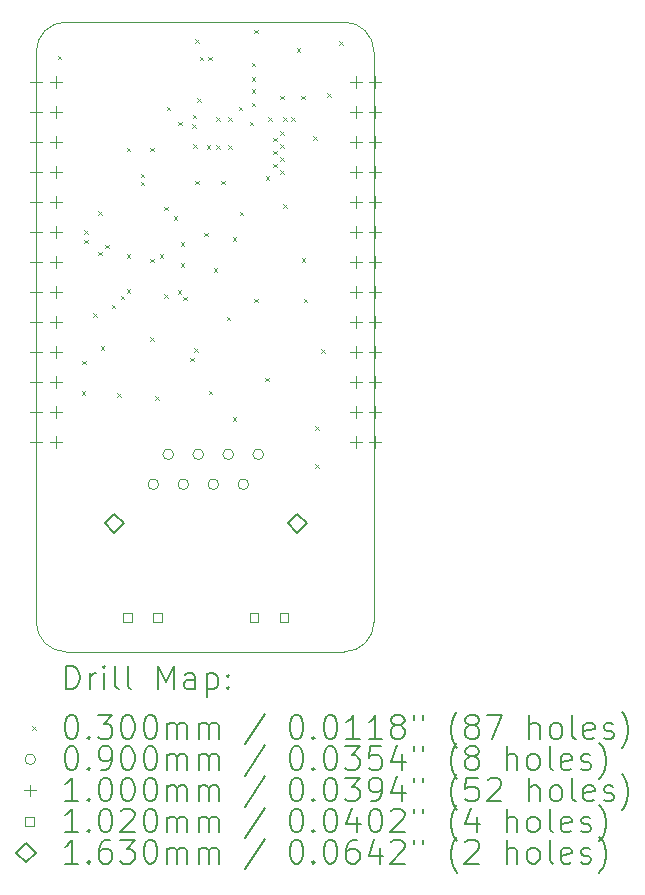
<source format=gbr>
%FSLAX45Y45*%
G04 Gerber Fmt 4.5, Leading zero omitted, Abs format (unit mm)*
G04 Created by KiCad (PCBNEW (6.0.4)) date 2022-10-30 16:16:00*
%MOMM*%
%LPD*%
G01*
G04 APERTURE LIST*
%TA.AperFunction,Profile*%
%ADD10C,0.100000*%
%TD*%
%ADD11C,0.200000*%
%ADD12C,0.030000*%
%ADD13C,0.090000*%
%ADD14C,0.100000*%
%ADD15C,0.102000*%
%ADD16C,0.163000*%
G04 APERTURE END LIST*
D10*
X4726000Y-2540000D02*
X2374000Y-2540000D01*
X2374000Y-2540000D02*
G75*
G03*
X2120000Y-2794000I0J-254000D01*
G01*
X4980000Y-2794000D02*
G75*
G03*
X4726000Y-2540000I-254000J0D01*
G01*
X4726000Y-7874000D02*
G75*
G03*
X4980000Y-7620000I0J254000D01*
G01*
X2120000Y-7620000D02*
G75*
G03*
X2374000Y-7874000I254000J0D01*
G01*
X2120000Y-2794000D02*
X2120000Y-7620000D01*
X2374000Y-7874000D02*
X4726000Y-7874000D01*
X4980000Y-7620000D02*
X4980000Y-2794000D01*
D11*
D12*
X2302550Y-2825000D02*
X2332550Y-2855000D01*
X2332550Y-2825000D02*
X2302550Y-2855000D01*
X2505000Y-5665000D02*
X2535000Y-5695000D01*
X2535000Y-5665000D02*
X2505000Y-5695000D01*
X2510000Y-5410000D02*
X2540000Y-5440000D01*
X2540000Y-5410000D02*
X2510000Y-5440000D01*
X2525000Y-4305000D02*
X2555000Y-4335000D01*
X2555000Y-4305000D02*
X2525000Y-4335000D01*
X2525000Y-4385000D02*
X2555000Y-4415000D01*
X2555000Y-4385000D02*
X2525000Y-4415000D01*
X2605000Y-5005000D02*
X2635000Y-5035000D01*
X2635000Y-5005000D02*
X2605000Y-5035000D01*
X2645000Y-4145000D02*
X2675000Y-4175000D01*
X2675000Y-4145000D02*
X2645000Y-4175000D01*
X2645000Y-4485000D02*
X2675000Y-4515000D01*
X2675000Y-4485000D02*
X2645000Y-4515000D01*
X2665000Y-5285000D02*
X2695000Y-5315000D01*
X2695000Y-5285000D02*
X2665000Y-5315000D01*
X2705000Y-4425000D02*
X2735000Y-4455000D01*
X2735000Y-4425000D02*
X2705000Y-4455000D01*
X2760000Y-4935000D02*
X2790000Y-4965000D01*
X2790000Y-4935000D02*
X2760000Y-4965000D01*
X2805000Y-5685000D02*
X2835000Y-5715000D01*
X2835000Y-5685000D02*
X2805000Y-5715000D01*
X2835000Y-4860000D02*
X2865000Y-4890000D01*
X2865000Y-4860000D02*
X2835000Y-4890000D01*
X2885000Y-3605000D02*
X2915000Y-3635000D01*
X2915000Y-3605000D02*
X2885000Y-3635000D01*
X2885000Y-4505000D02*
X2915000Y-4535000D01*
X2915000Y-4505000D02*
X2885000Y-4535000D01*
X2885000Y-4805000D02*
X2915000Y-4835000D01*
X2915000Y-4805000D02*
X2885000Y-4835000D01*
X3005000Y-3825000D02*
X3035000Y-3855000D01*
X3035000Y-3825000D02*
X3005000Y-3855000D01*
X3005000Y-3894950D02*
X3035000Y-3924950D01*
X3035000Y-3894950D02*
X3005000Y-3924950D01*
X3085000Y-3605000D02*
X3115000Y-3635000D01*
X3115000Y-3605000D02*
X3085000Y-3635000D01*
X3085000Y-4545000D02*
X3115000Y-4575000D01*
X3115000Y-4545000D02*
X3085000Y-4575000D01*
X3085000Y-5210000D02*
X3115000Y-5240000D01*
X3115000Y-5210000D02*
X3085000Y-5240000D01*
X3128750Y-5710000D02*
X3158750Y-5740000D01*
X3158750Y-5710000D02*
X3128750Y-5740000D01*
X3165000Y-4505000D02*
X3195000Y-4535000D01*
X3195000Y-4505000D02*
X3165000Y-4535000D01*
X3205000Y-4105000D02*
X3235000Y-4135000D01*
X3235000Y-4105000D02*
X3205000Y-4135000D01*
X3205000Y-4845000D02*
X3235000Y-4875000D01*
X3235000Y-4845000D02*
X3205000Y-4875000D01*
X3225000Y-3260000D02*
X3255000Y-3290000D01*
X3255000Y-3260000D02*
X3225000Y-3290000D01*
X3285000Y-4185000D02*
X3315000Y-4215000D01*
X3315000Y-4185000D02*
X3285000Y-4215000D01*
X3318410Y-4810931D02*
X3348410Y-4840931D01*
X3348410Y-4810931D02*
X3318410Y-4840931D01*
X3325000Y-3385000D02*
X3355000Y-3415000D01*
X3355000Y-3385000D02*
X3325000Y-3415000D01*
X3345000Y-4405000D02*
X3375000Y-4435000D01*
X3375000Y-4405000D02*
X3345000Y-4435000D01*
X3345000Y-4585000D02*
X3375000Y-4615000D01*
X3375000Y-4585000D02*
X3345000Y-4615000D01*
X3365000Y-4865000D02*
X3395000Y-4895000D01*
X3395000Y-4865000D02*
X3365000Y-4895000D01*
X3425000Y-5385000D02*
X3455000Y-5415000D01*
X3455000Y-5385000D02*
X3425000Y-5415000D01*
X3439950Y-3405000D02*
X3469950Y-3435000D01*
X3469950Y-3405000D02*
X3439950Y-3435000D01*
X3445000Y-3325000D02*
X3475000Y-3355000D01*
X3475000Y-3325000D02*
X3445000Y-3355000D01*
X3450859Y-3575985D02*
X3480859Y-3605985D01*
X3480859Y-3575985D02*
X3450859Y-3605985D01*
X3460000Y-5305000D02*
X3490000Y-5335000D01*
X3490000Y-5305000D02*
X3460000Y-5335000D01*
X3465000Y-2685000D02*
X3495000Y-2715000D01*
X3495000Y-2685000D02*
X3465000Y-2715000D01*
X3465000Y-3885000D02*
X3495000Y-3915000D01*
X3495000Y-3885000D02*
X3465000Y-3915000D01*
X3485000Y-3185000D02*
X3515000Y-3215000D01*
X3515000Y-3185000D02*
X3485000Y-3215000D01*
X3505000Y-2835000D02*
X3535000Y-2865000D01*
X3535000Y-2835000D02*
X3505000Y-2865000D01*
X3545000Y-4325000D02*
X3575000Y-4355000D01*
X3575000Y-4325000D02*
X3545000Y-4355000D01*
X3565000Y-3585000D02*
X3595000Y-3615000D01*
X3595000Y-3585000D02*
X3565000Y-3615000D01*
X3575000Y-2835000D02*
X3605000Y-2865000D01*
X3605000Y-2835000D02*
X3575000Y-2865000D01*
X3582500Y-5662500D02*
X3612500Y-5692500D01*
X3612500Y-5662500D02*
X3582500Y-5692500D01*
X3625000Y-4625000D02*
X3655000Y-4655000D01*
X3655000Y-4625000D02*
X3625000Y-4655000D01*
X3645000Y-3345000D02*
X3675000Y-3375000D01*
X3675000Y-3345000D02*
X3645000Y-3375000D01*
X3645000Y-3585000D02*
X3675000Y-3615000D01*
X3675000Y-3585000D02*
X3645000Y-3615000D01*
X3685000Y-3885000D02*
X3715000Y-3915000D01*
X3715000Y-3885000D02*
X3685000Y-3915000D01*
X3735000Y-5035000D02*
X3765000Y-5065000D01*
X3765000Y-5035000D02*
X3735000Y-5065000D01*
X3745000Y-3345000D02*
X3775000Y-3375000D01*
X3775000Y-3345000D02*
X3745000Y-3375000D01*
X3745000Y-3585000D02*
X3775000Y-3615000D01*
X3775000Y-3585000D02*
X3745000Y-3615000D01*
X3785000Y-4365000D02*
X3815000Y-4395000D01*
X3815000Y-4365000D02*
X3785000Y-4395000D01*
X3785000Y-5885000D02*
X3815000Y-5915000D01*
X3815000Y-5885000D02*
X3785000Y-5915000D01*
X3835000Y-3260000D02*
X3865000Y-3290000D01*
X3865000Y-3260000D02*
X3835000Y-3290000D01*
X3845000Y-4147550D02*
X3875000Y-4177550D01*
X3875000Y-4147550D02*
X3845000Y-4177550D01*
X3930050Y-3385000D02*
X3960050Y-3415000D01*
X3960050Y-3385000D02*
X3930050Y-3415000D01*
X3945000Y-2885000D02*
X3975000Y-2915000D01*
X3975000Y-2885000D02*
X3945000Y-2915000D01*
X3945000Y-3010050D02*
X3975000Y-3040050D01*
X3975000Y-3010050D02*
X3945000Y-3040050D01*
X3945000Y-3110050D02*
X3975000Y-3140050D01*
X3975000Y-3110050D02*
X3945000Y-3140050D01*
X3945000Y-3225000D02*
X3975000Y-3255000D01*
X3975000Y-3225000D02*
X3945000Y-3255000D01*
X3965000Y-2605000D02*
X3995000Y-2635000D01*
X3995000Y-2605000D02*
X3965000Y-2635000D01*
X3965000Y-4885000D02*
X3995000Y-4915000D01*
X3995000Y-4885000D02*
X3965000Y-4915000D01*
X4060000Y-5551250D02*
X4090000Y-5581250D01*
X4090000Y-5551250D02*
X4060000Y-5581250D01*
X4065000Y-3845000D02*
X4095000Y-3875000D01*
X4095000Y-3845000D02*
X4065000Y-3875000D01*
X4085000Y-3345000D02*
X4115000Y-3375000D01*
X4115000Y-3345000D02*
X4085000Y-3375000D01*
X4125000Y-3520150D02*
X4155000Y-3550150D01*
X4155000Y-3520150D02*
X4125000Y-3550150D01*
X4125000Y-3630050D02*
X4155000Y-3660050D01*
X4155000Y-3630050D02*
X4125000Y-3660050D01*
X4125000Y-3739950D02*
X4155000Y-3769950D01*
X4155000Y-3739950D02*
X4125000Y-3769950D01*
X4185000Y-3165000D02*
X4215000Y-3195000D01*
X4215000Y-3165000D02*
X4185000Y-3195000D01*
X4185000Y-3465000D02*
X4215000Y-3495000D01*
X4215000Y-3465000D02*
X4185000Y-3495000D01*
X4185000Y-3575100D02*
X4215000Y-3605100D01*
X4215000Y-3575100D02*
X4185000Y-3605100D01*
X4185000Y-3685000D02*
X4215000Y-3715000D01*
X4215000Y-3685000D02*
X4185000Y-3715000D01*
X4185000Y-3794900D02*
X4215000Y-3824900D01*
X4215000Y-3794900D02*
X4185000Y-3824900D01*
X4210050Y-4085000D02*
X4240050Y-4115000D01*
X4240050Y-4085000D02*
X4210050Y-4115000D01*
X4210100Y-3345000D02*
X4240100Y-3375000D01*
X4240100Y-3345000D02*
X4210100Y-3375000D01*
X4280050Y-3345000D02*
X4310050Y-3375000D01*
X4310050Y-3345000D02*
X4280050Y-3375000D01*
X4325000Y-2765000D02*
X4355000Y-2795000D01*
X4355000Y-2765000D02*
X4325000Y-2795000D01*
X4365000Y-3165000D02*
X4395000Y-3195000D01*
X4395000Y-3165000D02*
X4365000Y-3195000D01*
X4370000Y-4540000D02*
X4400000Y-4570000D01*
X4400000Y-4540000D02*
X4370000Y-4570000D01*
X4385000Y-4885000D02*
X4415000Y-4915000D01*
X4415000Y-4885000D02*
X4385000Y-4915000D01*
X4465000Y-3509950D02*
X4495000Y-3539950D01*
X4495000Y-3509950D02*
X4465000Y-3539950D01*
X4485000Y-5965000D02*
X4515000Y-5995000D01*
X4515000Y-5965000D02*
X4485000Y-5995000D01*
X4485000Y-6285000D02*
X4515000Y-6315000D01*
X4515000Y-6285000D02*
X4485000Y-6315000D01*
X4535000Y-5310000D02*
X4565000Y-5340000D01*
X4565000Y-5310000D02*
X4535000Y-5340000D01*
X4585000Y-3145000D02*
X4615000Y-3175000D01*
X4615000Y-3145000D02*
X4585000Y-3175000D01*
X4685000Y-2705000D02*
X4715000Y-2735000D01*
X4715000Y-2705000D02*
X4685000Y-2735000D01*
D13*
X3157000Y-6454750D02*
G75*
G03*
X3157000Y-6454750I-45000J0D01*
G01*
X3283000Y-6200750D02*
G75*
G03*
X3283000Y-6200750I-45000J0D01*
G01*
X3411000Y-6454750D02*
G75*
G03*
X3411000Y-6454750I-45000J0D01*
G01*
X3537000Y-6200750D02*
G75*
G03*
X3537000Y-6200750I-45000J0D01*
G01*
X3665000Y-6454750D02*
G75*
G03*
X3665000Y-6454750I-45000J0D01*
G01*
X3791000Y-6200750D02*
G75*
G03*
X3791000Y-6200750I-45000J0D01*
G01*
X3919000Y-6454750D02*
G75*
G03*
X3919000Y-6454750I-45000J0D01*
G01*
X4045000Y-6200750D02*
G75*
G03*
X4045000Y-6200750I-45000J0D01*
G01*
D14*
X2120900Y-2998000D02*
X2120900Y-3098000D01*
X2070900Y-3048000D02*
X2170900Y-3048000D01*
X2120900Y-3252000D02*
X2120900Y-3352000D01*
X2070900Y-3302000D02*
X2170900Y-3302000D01*
X2120900Y-3506000D02*
X2120900Y-3606000D01*
X2070900Y-3556000D02*
X2170900Y-3556000D01*
X2120900Y-3760000D02*
X2120900Y-3860000D01*
X2070900Y-3810000D02*
X2170900Y-3810000D01*
X2120900Y-4014000D02*
X2120900Y-4114000D01*
X2070900Y-4064000D02*
X2170900Y-4064000D01*
X2120900Y-4268000D02*
X2120900Y-4368000D01*
X2070900Y-4318000D02*
X2170900Y-4318000D01*
X2120900Y-4522000D02*
X2120900Y-4622000D01*
X2070900Y-4572000D02*
X2170900Y-4572000D01*
X2120900Y-4776000D02*
X2120900Y-4876000D01*
X2070900Y-4826000D02*
X2170900Y-4826000D01*
X2120900Y-5030000D02*
X2120900Y-5130000D01*
X2070900Y-5080000D02*
X2170900Y-5080000D01*
X2120900Y-5284000D02*
X2120900Y-5384000D01*
X2070900Y-5334000D02*
X2170900Y-5334000D01*
X2120900Y-5538000D02*
X2120900Y-5638000D01*
X2070900Y-5588000D02*
X2170900Y-5588000D01*
X2120900Y-5792000D02*
X2120900Y-5892000D01*
X2070900Y-5842000D02*
X2170900Y-5842000D01*
X2120900Y-6046000D02*
X2120900Y-6146000D01*
X2070900Y-6096000D02*
X2170900Y-6096000D01*
X2286000Y-2998000D02*
X2286000Y-3098000D01*
X2236000Y-3048000D02*
X2336000Y-3048000D01*
X2286000Y-3252000D02*
X2286000Y-3352000D01*
X2236000Y-3302000D02*
X2336000Y-3302000D01*
X2286000Y-3506000D02*
X2286000Y-3606000D01*
X2236000Y-3556000D02*
X2336000Y-3556000D01*
X2286000Y-3760000D02*
X2286000Y-3860000D01*
X2236000Y-3810000D02*
X2336000Y-3810000D01*
X2286000Y-4014000D02*
X2286000Y-4114000D01*
X2236000Y-4064000D02*
X2336000Y-4064000D01*
X2286000Y-4268000D02*
X2286000Y-4368000D01*
X2236000Y-4318000D02*
X2336000Y-4318000D01*
X2286000Y-4522000D02*
X2286000Y-4622000D01*
X2236000Y-4572000D02*
X2336000Y-4572000D01*
X2286000Y-4776000D02*
X2286000Y-4876000D01*
X2236000Y-4826000D02*
X2336000Y-4826000D01*
X2286000Y-5030000D02*
X2286000Y-5130000D01*
X2236000Y-5080000D02*
X2336000Y-5080000D01*
X2286000Y-5284000D02*
X2286000Y-5384000D01*
X2236000Y-5334000D02*
X2336000Y-5334000D01*
X2286000Y-5538000D02*
X2286000Y-5638000D01*
X2236000Y-5588000D02*
X2336000Y-5588000D01*
X2286000Y-5792000D02*
X2286000Y-5892000D01*
X2236000Y-5842000D02*
X2336000Y-5842000D01*
X2286000Y-6046000D02*
X2286000Y-6146000D01*
X2236000Y-6096000D02*
X2336000Y-6096000D01*
X4826000Y-2998000D02*
X4826000Y-3098000D01*
X4776000Y-3048000D02*
X4876000Y-3048000D01*
X4826000Y-3252000D02*
X4826000Y-3352000D01*
X4776000Y-3302000D02*
X4876000Y-3302000D01*
X4826000Y-3506000D02*
X4826000Y-3606000D01*
X4776000Y-3556000D02*
X4876000Y-3556000D01*
X4826000Y-3760000D02*
X4826000Y-3860000D01*
X4776000Y-3810000D02*
X4876000Y-3810000D01*
X4826000Y-4014000D02*
X4826000Y-4114000D01*
X4776000Y-4064000D02*
X4876000Y-4064000D01*
X4826000Y-4268000D02*
X4826000Y-4368000D01*
X4776000Y-4318000D02*
X4876000Y-4318000D01*
X4826000Y-4522000D02*
X4826000Y-4622000D01*
X4776000Y-4572000D02*
X4876000Y-4572000D01*
X4826000Y-4776000D02*
X4826000Y-4876000D01*
X4776000Y-4826000D02*
X4876000Y-4826000D01*
X4826000Y-5030000D02*
X4826000Y-5130000D01*
X4776000Y-5080000D02*
X4876000Y-5080000D01*
X4826000Y-5284000D02*
X4826000Y-5384000D01*
X4776000Y-5334000D02*
X4876000Y-5334000D01*
X4826000Y-5538000D02*
X4826000Y-5638000D01*
X4776000Y-5588000D02*
X4876000Y-5588000D01*
X4826000Y-5792000D02*
X4826000Y-5892000D01*
X4776000Y-5842000D02*
X4876000Y-5842000D01*
X4826000Y-6046000D02*
X4826000Y-6146000D01*
X4776000Y-6096000D02*
X4876000Y-6096000D01*
X4991100Y-2998000D02*
X4991100Y-3098000D01*
X4941100Y-3048000D02*
X5041100Y-3048000D01*
X4991100Y-3252000D02*
X4991100Y-3352000D01*
X4941100Y-3302000D02*
X5041100Y-3302000D01*
X4991100Y-3506000D02*
X4991100Y-3606000D01*
X4941100Y-3556000D02*
X5041100Y-3556000D01*
X4991100Y-3760000D02*
X4991100Y-3860000D01*
X4941100Y-3810000D02*
X5041100Y-3810000D01*
X4991100Y-4014000D02*
X4991100Y-4114000D01*
X4941100Y-4064000D02*
X5041100Y-4064000D01*
X4991100Y-4268000D02*
X4991100Y-4368000D01*
X4941100Y-4318000D02*
X5041100Y-4318000D01*
X4991100Y-4522000D02*
X4991100Y-4622000D01*
X4941100Y-4572000D02*
X5041100Y-4572000D01*
X4991100Y-4776000D02*
X4991100Y-4876000D01*
X4941100Y-4826000D02*
X5041100Y-4826000D01*
X4991100Y-5030000D02*
X4991100Y-5130000D01*
X4941100Y-5080000D02*
X5041100Y-5080000D01*
X4991100Y-5284000D02*
X4991100Y-5384000D01*
X4941100Y-5334000D02*
X5041100Y-5334000D01*
X4991100Y-5538000D02*
X4991100Y-5638000D01*
X4941100Y-5588000D02*
X5041100Y-5588000D01*
X4991100Y-5792000D02*
X4991100Y-5892000D01*
X4941100Y-5842000D02*
X5041100Y-5842000D01*
X4991100Y-6046000D02*
X4991100Y-6146000D01*
X4941100Y-6096000D02*
X5041100Y-6096000D01*
D15*
X2929563Y-7616813D02*
X2929563Y-7544687D01*
X2857437Y-7544687D01*
X2857437Y-7616813D01*
X2929563Y-7616813D01*
X3183563Y-7616813D02*
X3183563Y-7544687D01*
X3111437Y-7544687D01*
X3111437Y-7616813D01*
X3183563Y-7616813D01*
X4000563Y-7616813D02*
X4000563Y-7544687D01*
X3928437Y-7544687D01*
X3928437Y-7616813D01*
X4000563Y-7616813D01*
X4254563Y-7616813D02*
X4254563Y-7544687D01*
X4182437Y-7544687D01*
X4182437Y-7616813D01*
X4254563Y-7616813D01*
D16*
X2781500Y-6867250D02*
X2863000Y-6785750D01*
X2781500Y-6704250D01*
X2700000Y-6785750D01*
X2781500Y-6867250D01*
X4330500Y-6867250D02*
X4412000Y-6785750D01*
X4330500Y-6704250D01*
X4249000Y-6785750D01*
X4330500Y-6867250D01*
D11*
X2372619Y-8189476D02*
X2372619Y-7989476D01*
X2420238Y-7989476D01*
X2448810Y-7999000D01*
X2467857Y-8018048D01*
X2477381Y-8037095D01*
X2486905Y-8075190D01*
X2486905Y-8103762D01*
X2477381Y-8141857D01*
X2467857Y-8160905D01*
X2448810Y-8179952D01*
X2420238Y-8189476D01*
X2372619Y-8189476D01*
X2572619Y-8189476D02*
X2572619Y-8056143D01*
X2572619Y-8094238D02*
X2582143Y-8075190D01*
X2591667Y-8065667D01*
X2610714Y-8056143D01*
X2629762Y-8056143D01*
X2696429Y-8189476D02*
X2696429Y-8056143D01*
X2696429Y-7989476D02*
X2686905Y-7999000D01*
X2696429Y-8008524D01*
X2705952Y-7999000D01*
X2696429Y-7989476D01*
X2696429Y-8008524D01*
X2820238Y-8189476D02*
X2801190Y-8179952D01*
X2791667Y-8160905D01*
X2791667Y-7989476D01*
X2925000Y-8189476D02*
X2905952Y-8179952D01*
X2896428Y-8160905D01*
X2896428Y-7989476D01*
X3153571Y-8189476D02*
X3153571Y-7989476D01*
X3220238Y-8132333D01*
X3286905Y-7989476D01*
X3286905Y-8189476D01*
X3467857Y-8189476D02*
X3467857Y-8084714D01*
X3458333Y-8065667D01*
X3439286Y-8056143D01*
X3401190Y-8056143D01*
X3382143Y-8065667D01*
X3467857Y-8179952D02*
X3448809Y-8189476D01*
X3401190Y-8189476D01*
X3382143Y-8179952D01*
X3372619Y-8160905D01*
X3372619Y-8141857D01*
X3382143Y-8122809D01*
X3401190Y-8113286D01*
X3448809Y-8113286D01*
X3467857Y-8103762D01*
X3563095Y-8056143D02*
X3563095Y-8256143D01*
X3563095Y-8065667D02*
X3582143Y-8056143D01*
X3620238Y-8056143D01*
X3639286Y-8065667D01*
X3648809Y-8075190D01*
X3658333Y-8094238D01*
X3658333Y-8151381D01*
X3648809Y-8170428D01*
X3639286Y-8179952D01*
X3620238Y-8189476D01*
X3582143Y-8189476D01*
X3563095Y-8179952D01*
X3744048Y-8170428D02*
X3753571Y-8179952D01*
X3744048Y-8189476D01*
X3734524Y-8179952D01*
X3744048Y-8170428D01*
X3744048Y-8189476D01*
X3744048Y-8065667D02*
X3753571Y-8075190D01*
X3744048Y-8084714D01*
X3734524Y-8075190D01*
X3744048Y-8065667D01*
X3744048Y-8084714D01*
D12*
X2085000Y-8504000D02*
X2115000Y-8534000D01*
X2115000Y-8504000D02*
X2085000Y-8534000D01*
D11*
X2410714Y-8409476D02*
X2429762Y-8409476D01*
X2448810Y-8419000D01*
X2458333Y-8428524D01*
X2467857Y-8447571D01*
X2477381Y-8485667D01*
X2477381Y-8533286D01*
X2467857Y-8571381D01*
X2458333Y-8590429D01*
X2448810Y-8599952D01*
X2429762Y-8609476D01*
X2410714Y-8609476D01*
X2391667Y-8599952D01*
X2382143Y-8590429D01*
X2372619Y-8571381D01*
X2363095Y-8533286D01*
X2363095Y-8485667D01*
X2372619Y-8447571D01*
X2382143Y-8428524D01*
X2391667Y-8419000D01*
X2410714Y-8409476D01*
X2563095Y-8590429D02*
X2572619Y-8599952D01*
X2563095Y-8609476D01*
X2553571Y-8599952D01*
X2563095Y-8590429D01*
X2563095Y-8609476D01*
X2639286Y-8409476D02*
X2763095Y-8409476D01*
X2696429Y-8485667D01*
X2725000Y-8485667D01*
X2744048Y-8495190D01*
X2753571Y-8504714D01*
X2763095Y-8523762D01*
X2763095Y-8571381D01*
X2753571Y-8590429D01*
X2744048Y-8599952D01*
X2725000Y-8609476D01*
X2667857Y-8609476D01*
X2648810Y-8599952D01*
X2639286Y-8590429D01*
X2886905Y-8409476D02*
X2905952Y-8409476D01*
X2925000Y-8419000D01*
X2934524Y-8428524D01*
X2944048Y-8447571D01*
X2953571Y-8485667D01*
X2953571Y-8533286D01*
X2944048Y-8571381D01*
X2934524Y-8590429D01*
X2925000Y-8599952D01*
X2905952Y-8609476D01*
X2886905Y-8609476D01*
X2867857Y-8599952D01*
X2858333Y-8590429D01*
X2848809Y-8571381D01*
X2839286Y-8533286D01*
X2839286Y-8485667D01*
X2848809Y-8447571D01*
X2858333Y-8428524D01*
X2867857Y-8419000D01*
X2886905Y-8409476D01*
X3077381Y-8409476D02*
X3096428Y-8409476D01*
X3115476Y-8419000D01*
X3125000Y-8428524D01*
X3134524Y-8447571D01*
X3144048Y-8485667D01*
X3144048Y-8533286D01*
X3134524Y-8571381D01*
X3125000Y-8590429D01*
X3115476Y-8599952D01*
X3096428Y-8609476D01*
X3077381Y-8609476D01*
X3058333Y-8599952D01*
X3048809Y-8590429D01*
X3039286Y-8571381D01*
X3029762Y-8533286D01*
X3029762Y-8485667D01*
X3039286Y-8447571D01*
X3048809Y-8428524D01*
X3058333Y-8419000D01*
X3077381Y-8409476D01*
X3229762Y-8609476D02*
X3229762Y-8476143D01*
X3229762Y-8495190D02*
X3239286Y-8485667D01*
X3258333Y-8476143D01*
X3286905Y-8476143D01*
X3305952Y-8485667D01*
X3315476Y-8504714D01*
X3315476Y-8609476D01*
X3315476Y-8504714D02*
X3325000Y-8485667D01*
X3344048Y-8476143D01*
X3372619Y-8476143D01*
X3391667Y-8485667D01*
X3401190Y-8504714D01*
X3401190Y-8609476D01*
X3496428Y-8609476D02*
X3496428Y-8476143D01*
X3496428Y-8495190D02*
X3505952Y-8485667D01*
X3525000Y-8476143D01*
X3553571Y-8476143D01*
X3572619Y-8485667D01*
X3582143Y-8504714D01*
X3582143Y-8609476D01*
X3582143Y-8504714D02*
X3591667Y-8485667D01*
X3610714Y-8476143D01*
X3639286Y-8476143D01*
X3658333Y-8485667D01*
X3667857Y-8504714D01*
X3667857Y-8609476D01*
X4058333Y-8399952D02*
X3886905Y-8657095D01*
X4315476Y-8409476D02*
X4334524Y-8409476D01*
X4353571Y-8419000D01*
X4363095Y-8428524D01*
X4372619Y-8447571D01*
X4382143Y-8485667D01*
X4382143Y-8533286D01*
X4372619Y-8571381D01*
X4363095Y-8590429D01*
X4353571Y-8599952D01*
X4334524Y-8609476D01*
X4315476Y-8609476D01*
X4296429Y-8599952D01*
X4286905Y-8590429D01*
X4277381Y-8571381D01*
X4267857Y-8533286D01*
X4267857Y-8485667D01*
X4277381Y-8447571D01*
X4286905Y-8428524D01*
X4296429Y-8419000D01*
X4315476Y-8409476D01*
X4467857Y-8590429D02*
X4477381Y-8599952D01*
X4467857Y-8609476D01*
X4458333Y-8599952D01*
X4467857Y-8590429D01*
X4467857Y-8609476D01*
X4601190Y-8409476D02*
X4620238Y-8409476D01*
X4639286Y-8419000D01*
X4648810Y-8428524D01*
X4658333Y-8447571D01*
X4667857Y-8485667D01*
X4667857Y-8533286D01*
X4658333Y-8571381D01*
X4648810Y-8590429D01*
X4639286Y-8599952D01*
X4620238Y-8609476D01*
X4601190Y-8609476D01*
X4582143Y-8599952D01*
X4572619Y-8590429D01*
X4563095Y-8571381D01*
X4553571Y-8533286D01*
X4553571Y-8485667D01*
X4563095Y-8447571D01*
X4572619Y-8428524D01*
X4582143Y-8419000D01*
X4601190Y-8409476D01*
X4858333Y-8609476D02*
X4744048Y-8609476D01*
X4801190Y-8609476D02*
X4801190Y-8409476D01*
X4782143Y-8438048D01*
X4763095Y-8457095D01*
X4744048Y-8466619D01*
X5048810Y-8609476D02*
X4934524Y-8609476D01*
X4991667Y-8609476D02*
X4991667Y-8409476D01*
X4972619Y-8438048D01*
X4953571Y-8457095D01*
X4934524Y-8466619D01*
X5163095Y-8495190D02*
X5144048Y-8485667D01*
X5134524Y-8476143D01*
X5125000Y-8457095D01*
X5125000Y-8447571D01*
X5134524Y-8428524D01*
X5144048Y-8419000D01*
X5163095Y-8409476D01*
X5201190Y-8409476D01*
X5220238Y-8419000D01*
X5229762Y-8428524D01*
X5239286Y-8447571D01*
X5239286Y-8457095D01*
X5229762Y-8476143D01*
X5220238Y-8485667D01*
X5201190Y-8495190D01*
X5163095Y-8495190D01*
X5144048Y-8504714D01*
X5134524Y-8514238D01*
X5125000Y-8533286D01*
X5125000Y-8571381D01*
X5134524Y-8590429D01*
X5144048Y-8599952D01*
X5163095Y-8609476D01*
X5201190Y-8609476D01*
X5220238Y-8599952D01*
X5229762Y-8590429D01*
X5239286Y-8571381D01*
X5239286Y-8533286D01*
X5229762Y-8514238D01*
X5220238Y-8504714D01*
X5201190Y-8495190D01*
X5315476Y-8409476D02*
X5315476Y-8447571D01*
X5391667Y-8409476D02*
X5391667Y-8447571D01*
X5686905Y-8685667D02*
X5677381Y-8676143D01*
X5658333Y-8647571D01*
X5648809Y-8628524D01*
X5639286Y-8599952D01*
X5629762Y-8552333D01*
X5629762Y-8514238D01*
X5639286Y-8466619D01*
X5648809Y-8438048D01*
X5658333Y-8419000D01*
X5677381Y-8390429D01*
X5686905Y-8380905D01*
X5791667Y-8495190D02*
X5772619Y-8485667D01*
X5763095Y-8476143D01*
X5753571Y-8457095D01*
X5753571Y-8447571D01*
X5763095Y-8428524D01*
X5772619Y-8419000D01*
X5791667Y-8409476D01*
X5829762Y-8409476D01*
X5848809Y-8419000D01*
X5858333Y-8428524D01*
X5867857Y-8447571D01*
X5867857Y-8457095D01*
X5858333Y-8476143D01*
X5848809Y-8485667D01*
X5829762Y-8495190D01*
X5791667Y-8495190D01*
X5772619Y-8504714D01*
X5763095Y-8514238D01*
X5753571Y-8533286D01*
X5753571Y-8571381D01*
X5763095Y-8590429D01*
X5772619Y-8599952D01*
X5791667Y-8609476D01*
X5829762Y-8609476D01*
X5848809Y-8599952D01*
X5858333Y-8590429D01*
X5867857Y-8571381D01*
X5867857Y-8533286D01*
X5858333Y-8514238D01*
X5848809Y-8504714D01*
X5829762Y-8495190D01*
X5934524Y-8409476D02*
X6067857Y-8409476D01*
X5982143Y-8609476D01*
X6296428Y-8609476D02*
X6296428Y-8409476D01*
X6382143Y-8609476D02*
X6382143Y-8504714D01*
X6372619Y-8485667D01*
X6353571Y-8476143D01*
X6325000Y-8476143D01*
X6305952Y-8485667D01*
X6296428Y-8495190D01*
X6505952Y-8609476D02*
X6486905Y-8599952D01*
X6477381Y-8590429D01*
X6467857Y-8571381D01*
X6467857Y-8514238D01*
X6477381Y-8495190D01*
X6486905Y-8485667D01*
X6505952Y-8476143D01*
X6534524Y-8476143D01*
X6553571Y-8485667D01*
X6563095Y-8495190D01*
X6572619Y-8514238D01*
X6572619Y-8571381D01*
X6563095Y-8590429D01*
X6553571Y-8599952D01*
X6534524Y-8609476D01*
X6505952Y-8609476D01*
X6686905Y-8609476D02*
X6667857Y-8599952D01*
X6658333Y-8580905D01*
X6658333Y-8409476D01*
X6839286Y-8599952D02*
X6820238Y-8609476D01*
X6782143Y-8609476D01*
X6763095Y-8599952D01*
X6753571Y-8580905D01*
X6753571Y-8504714D01*
X6763095Y-8485667D01*
X6782143Y-8476143D01*
X6820238Y-8476143D01*
X6839286Y-8485667D01*
X6848809Y-8504714D01*
X6848809Y-8523762D01*
X6753571Y-8542810D01*
X6925000Y-8599952D02*
X6944048Y-8609476D01*
X6982143Y-8609476D01*
X7001190Y-8599952D01*
X7010714Y-8580905D01*
X7010714Y-8571381D01*
X7001190Y-8552333D01*
X6982143Y-8542810D01*
X6953571Y-8542810D01*
X6934524Y-8533286D01*
X6925000Y-8514238D01*
X6925000Y-8504714D01*
X6934524Y-8485667D01*
X6953571Y-8476143D01*
X6982143Y-8476143D01*
X7001190Y-8485667D01*
X7077381Y-8685667D02*
X7086905Y-8676143D01*
X7105952Y-8647571D01*
X7115476Y-8628524D01*
X7125000Y-8599952D01*
X7134524Y-8552333D01*
X7134524Y-8514238D01*
X7125000Y-8466619D01*
X7115476Y-8438048D01*
X7105952Y-8419000D01*
X7086905Y-8390429D01*
X7077381Y-8380905D01*
D13*
X2115000Y-8783000D02*
G75*
G03*
X2115000Y-8783000I-45000J0D01*
G01*
D11*
X2410714Y-8673476D02*
X2429762Y-8673476D01*
X2448810Y-8683000D01*
X2458333Y-8692524D01*
X2467857Y-8711571D01*
X2477381Y-8749667D01*
X2477381Y-8797286D01*
X2467857Y-8835381D01*
X2458333Y-8854429D01*
X2448810Y-8863952D01*
X2429762Y-8873476D01*
X2410714Y-8873476D01*
X2391667Y-8863952D01*
X2382143Y-8854429D01*
X2372619Y-8835381D01*
X2363095Y-8797286D01*
X2363095Y-8749667D01*
X2372619Y-8711571D01*
X2382143Y-8692524D01*
X2391667Y-8683000D01*
X2410714Y-8673476D01*
X2563095Y-8854429D02*
X2572619Y-8863952D01*
X2563095Y-8873476D01*
X2553571Y-8863952D01*
X2563095Y-8854429D01*
X2563095Y-8873476D01*
X2667857Y-8873476D02*
X2705952Y-8873476D01*
X2725000Y-8863952D01*
X2734524Y-8854429D01*
X2753571Y-8825857D01*
X2763095Y-8787762D01*
X2763095Y-8711571D01*
X2753571Y-8692524D01*
X2744048Y-8683000D01*
X2725000Y-8673476D01*
X2686905Y-8673476D01*
X2667857Y-8683000D01*
X2658333Y-8692524D01*
X2648810Y-8711571D01*
X2648810Y-8759190D01*
X2658333Y-8778238D01*
X2667857Y-8787762D01*
X2686905Y-8797286D01*
X2725000Y-8797286D01*
X2744048Y-8787762D01*
X2753571Y-8778238D01*
X2763095Y-8759190D01*
X2886905Y-8673476D02*
X2905952Y-8673476D01*
X2925000Y-8683000D01*
X2934524Y-8692524D01*
X2944048Y-8711571D01*
X2953571Y-8749667D01*
X2953571Y-8797286D01*
X2944048Y-8835381D01*
X2934524Y-8854429D01*
X2925000Y-8863952D01*
X2905952Y-8873476D01*
X2886905Y-8873476D01*
X2867857Y-8863952D01*
X2858333Y-8854429D01*
X2848809Y-8835381D01*
X2839286Y-8797286D01*
X2839286Y-8749667D01*
X2848809Y-8711571D01*
X2858333Y-8692524D01*
X2867857Y-8683000D01*
X2886905Y-8673476D01*
X3077381Y-8673476D02*
X3096428Y-8673476D01*
X3115476Y-8683000D01*
X3125000Y-8692524D01*
X3134524Y-8711571D01*
X3144048Y-8749667D01*
X3144048Y-8797286D01*
X3134524Y-8835381D01*
X3125000Y-8854429D01*
X3115476Y-8863952D01*
X3096428Y-8873476D01*
X3077381Y-8873476D01*
X3058333Y-8863952D01*
X3048809Y-8854429D01*
X3039286Y-8835381D01*
X3029762Y-8797286D01*
X3029762Y-8749667D01*
X3039286Y-8711571D01*
X3048809Y-8692524D01*
X3058333Y-8683000D01*
X3077381Y-8673476D01*
X3229762Y-8873476D02*
X3229762Y-8740143D01*
X3229762Y-8759190D02*
X3239286Y-8749667D01*
X3258333Y-8740143D01*
X3286905Y-8740143D01*
X3305952Y-8749667D01*
X3315476Y-8768714D01*
X3315476Y-8873476D01*
X3315476Y-8768714D02*
X3325000Y-8749667D01*
X3344048Y-8740143D01*
X3372619Y-8740143D01*
X3391667Y-8749667D01*
X3401190Y-8768714D01*
X3401190Y-8873476D01*
X3496428Y-8873476D02*
X3496428Y-8740143D01*
X3496428Y-8759190D02*
X3505952Y-8749667D01*
X3525000Y-8740143D01*
X3553571Y-8740143D01*
X3572619Y-8749667D01*
X3582143Y-8768714D01*
X3582143Y-8873476D01*
X3582143Y-8768714D02*
X3591667Y-8749667D01*
X3610714Y-8740143D01*
X3639286Y-8740143D01*
X3658333Y-8749667D01*
X3667857Y-8768714D01*
X3667857Y-8873476D01*
X4058333Y-8663952D02*
X3886905Y-8921095D01*
X4315476Y-8673476D02*
X4334524Y-8673476D01*
X4353571Y-8683000D01*
X4363095Y-8692524D01*
X4372619Y-8711571D01*
X4382143Y-8749667D01*
X4382143Y-8797286D01*
X4372619Y-8835381D01*
X4363095Y-8854429D01*
X4353571Y-8863952D01*
X4334524Y-8873476D01*
X4315476Y-8873476D01*
X4296429Y-8863952D01*
X4286905Y-8854429D01*
X4277381Y-8835381D01*
X4267857Y-8797286D01*
X4267857Y-8749667D01*
X4277381Y-8711571D01*
X4286905Y-8692524D01*
X4296429Y-8683000D01*
X4315476Y-8673476D01*
X4467857Y-8854429D02*
X4477381Y-8863952D01*
X4467857Y-8873476D01*
X4458333Y-8863952D01*
X4467857Y-8854429D01*
X4467857Y-8873476D01*
X4601190Y-8673476D02*
X4620238Y-8673476D01*
X4639286Y-8683000D01*
X4648810Y-8692524D01*
X4658333Y-8711571D01*
X4667857Y-8749667D01*
X4667857Y-8797286D01*
X4658333Y-8835381D01*
X4648810Y-8854429D01*
X4639286Y-8863952D01*
X4620238Y-8873476D01*
X4601190Y-8873476D01*
X4582143Y-8863952D01*
X4572619Y-8854429D01*
X4563095Y-8835381D01*
X4553571Y-8797286D01*
X4553571Y-8749667D01*
X4563095Y-8711571D01*
X4572619Y-8692524D01*
X4582143Y-8683000D01*
X4601190Y-8673476D01*
X4734524Y-8673476D02*
X4858333Y-8673476D01*
X4791667Y-8749667D01*
X4820238Y-8749667D01*
X4839286Y-8759190D01*
X4848810Y-8768714D01*
X4858333Y-8787762D01*
X4858333Y-8835381D01*
X4848810Y-8854429D01*
X4839286Y-8863952D01*
X4820238Y-8873476D01*
X4763095Y-8873476D01*
X4744048Y-8863952D01*
X4734524Y-8854429D01*
X5039286Y-8673476D02*
X4944048Y-8673476D01*
X4934524Y-8768714D01*
X4944048Y-8759190D01*
X4963095Y-8749667D01*
X5010714Y-8749667D01*
X5029762Y-8759190D01*
X5039286Y-8768714D01*
X5048810Y-8787762D01*
X5048810Y-8835381D01*
X5039286Y-8854429D01*
X5029762Y-8863952D01*
X5010714Y-8873476D01*
X4963095Y-8873476D01*
X4944048Y-8863952D01*
X4934524Y-8854429D01*
X5220238Y-8740143D02*
X5220238Y-8873476D01*
X5172619Y-8663952D02*
X5125000Y-8806810D01*
X5248810Y-8806810D01*
X5315476Y-8673476D02*
X5315476Y-8711571D01*
X5391667Y-8673476D02*
X5391667Y-8711571D01*
X5686905Y-8949667D02*
X5677381Y-8940143D01*
X5658333Y-8911571D01*
X5648809Y-8892524D01*
X5639286Y-8863952D01*
X5629762Y-8816333D01*
X5629762Y-8778238D01*
X5639286Y-8730619D01*
X5648809Y-8702048D01*
X5658333Y-8683000D01*
X5677381Y-8654429D01*
X5686905Y-8644905D01*
X5791667Y-8759190D02*
X5772619Y-8749667D01*
X5763095Y-8740143D01*
X5753571Y-8721095D01*
X5753571Y-8711571D01*
X5763095Y-8692524D01*
X5772619Y-8683000D01*
X5791667Y-8673476D01*
X5829762Y-8673476D01*
X5848809Y-8683000D01*
X5858333Y-8692524D01*
X5867857Y-8711571D01*
X5867857Y-8721095D01*
X5858333Y-8740143D01*
X5848809Y-8749667D01*
X5829762Y-8759190D01*
X5791667Y-8759190D01*
X5772619Y-8768714D01*
X5763095Y-8778238D01*
X5753571Y-8797286D01*
X5753571Y-8835381D01*
X5763095Y-8854429D01*
X5772619Y-8863952D01*
X5791667Y-8873476D01*
X5829762Y-8873476D01*
X5848809Y-8863952D01*
X5858333Y-8854429D01*
X5867857Y-8835381D01*
X5867857Y-8797286D01*
X5858333Y-8778238D01*
X5848809Y-8768714D01*
X5829762Y-8759190D01*
X6105952Y-8873476D02*
X6105952Y-8673476D01*
X6191667Y-8873476D02*
X6191667Y-8768714D01*
X6182143Y-8749667D01*
X6163095Y-8740143D01*
X6134524Y-8740143D01*
X6115476Y-8749667D01*
X6105952Y-8759190D01*
X6315476Y-8873476D02*
X6296428Y-8863952D01*
X6286905Y-8854429D01*
X6277381Y-8835381D01*
X6277381Y-8778238D01*
X6286905Y-8759190D01*
X6296428Y-8749667D01*
X6315476Y-8740143D01*
X6344048Y-8740143D01*
X6363095Y-8749667D01*
X6372619Y-8759190D01*
X6382143Y-8778238D01*
X6382143Y-8835381D01*
X6372619Y-8854429D01*
X6363095Y-8863952D01*
X6344048Y-8873476D01*
X6315476Y-8873476D01*
X6496428Y-8873476D02*
X6477381Y-8863952D01*
X6467857Y-8844905D01*
X6467857Y-8673476D01*
X6648809Y-8863952D02*
X6629762Y-8873476D01*
X6591667Y-8873476D01*
X6572619Y-8863952D01*
X6563095Y-8844905D01*
X6563095Y-8768714D01*
X6572619Y-8749667D01*
X6591667Y-8740143D01*
X6629762Y-8740143D01*
X6648809Y-8749667D01*
X6658333Y-8768714D01*
X6658333Y-8787762D01*
X6563095Y-8806810D01*
X6734524Y-8863952D02*
X6753571Y-8873476D01*
X6791667Y-8873476D01*
X6810714Y-8863952D01*
X6820238Y-8844905D01*
X6820238Y-8835381D01*
X6810714Y-8816333D01*
X6791667Y-8806810D01*
X6763095Y-8806810D01*
X6744048Y-8797286D01*
X6734524Y-8778238D01*
X6734524Y-8768714D01*
X6744048Y-8749667D01*
X6763095Y-8740143D01*
X6791667Y-8740143D01*
X6810714Y-8749667D01*
X6886905Y-8949667D02*
X6896428Y-8940143D01*
X6915476Y-8911571D01*
X6925000Y-8892524D01*
X6934524Y-8863952D01*
X6944048Y-8816333D01*
X6944048Y-8778238D01*
X6934524Y-8730619D01*
X6925000Y-8702048D01*
X6915476Y-8683000D01*
X6896428Y-8654429D01*
X6886905Y-8644905D01*
D14*
X2065000Y-8997000D02*
X2065000Y-9097000D01*
X2015000Y-9047000D02*
X2115000Y-9047000D01*
D11*
X2477381Y-9137476D02*
X2363095Y-9137476D01*
X2420238Y-9137476D02*
X2420238Y-8937476D01*
X2401190Y-8966048D01*
X2382143Y-8985095D01*
X2363095Y-8994619D01*
X2563095Y-9118429D02*
X2572619Y-9127952D01*
X2563095Y-9137476D01*
X2553571Y-9127952D01*
X2563095Y-9118429D01*
X2563095Y-9137476D01*
X2696429Y-8937476D02*
X2715476Y-8937476D01*
X2734524Y-8947000D01*
X2744048Y-8956524D01*
X2753571Y-8975571D01*
X2763095Y-9013667D01*
X2763095Y-9061286D01*
X2753571Y-9099381D01*
X2744048Y-9118429D01*
X2734524Y-9127952D01*
X2715476Y-9137476D01*
X2696429Y-9137476D01*
X2677381Y-9127952D01*
X2667857Y-9118429D01*
X2658333Y-9099381D01*
X2648810Y-9061286D01*
X2648810Y-9013667D01*
X2658333Y-8975571D01*
X2667857Y-8956524D01*
X2677381Y-8947000D01*
X2696429Y-8937476D01*
X2886905Y-8937476D02*
X2905952Y-8937476D01*
X2925000Y-8947000D01*
X2934524Y-8956524D01*
X2944048Y-8975571D01*
X2953571Y-9013667D01*
X2953571Y-9061286D01*
X2944048Y-9099381D01*
X2934524Y-9118429D01*
X2925000Y-9127952D01*
X2905952Y-9137476D01*
X2886905Y-9137476D01*
X2867857Y-9127952D01*
X2858333Y-9118429D01*
X2848809Y-9099381D01*
X2839286Y-9061286D01*
X2839286Y-9013667D01*
X2848809Y-8975571D01*
X2858333Y-8956524D01*
X2867857Y-8947000D01*
X2886905Y-8937476D01*
X3077381Y-8937476D02*
X3096428Y-8937476D01*
X3115476Y-8947000D01*
X3125000Y-8956524D01*
X3134524Y-8975571D01*
X3144048Y-9013667D01*
X3144048Y-9061286D01*
X3134524Y-9099381D01*
X3125000Y-9118429D01*
X3115476Y-9127952D01*
X3096428Y-9137476D01*
X3077381Y-9137476D01*
X3058333Y-9127952D01*
X3048809Y-9118429D01*
X3039286Y-9099381D01*
X3029762Y-9061286D01*
X3029762Y-9013667D01*
X3039286Y-8975571D01*
X3048809Y-8956524D01*
X3058333Y-8947000D01*
X3077381Y-8937476D01*
X3229762Y-9137476D02*
X3229762Y-9004143D01*
X3229762Y-9023190D02*
X3239286Y-9013667D01*
X3258333Y-9004143D01*
X3286905Y-9004143D01*
X3305952Y-9013667D01*
X3315476Y-9032714D01*
X3315476Y-9137476D01*
X3315476Y-9032714D02*
X3325000Y-9013667D01*
X3344048Y-9004143D01*
X3372619Y-9004143D01*
X3391667Y-9013667D01*
X3401190Y-9032714D01*
X3401190Y-9137476D01*
X3496428Y-9137476D02*
X3496428Y-9004143D01*
X3496428Y-9023190D02*
X3505952Y-9013667D01*
X3525000Y-9004143D01*
X3553571Y-9004143D01*
X3572619Y-9013667D01*
X3582143Y-9032714D01*
X3582143Y-9137476D01*
X3582143Y-9032714D02*
X3591667Y-9013667D01*
X3610714Y-9004143D01*
X3639286Y-9004143D01*
X3658333Y-9013667D01*
X3667857Y-9032714D01*
X3667857Y-9137476D01*
X4058333Y-8927952D02*
X3886905Y-9185095D01*
X4315476Y-8937476D02*
X4334524Y-8937476D01*
X4353571Y-8947000D01*
X4363095Y-8956524D01*
X4372619Y-8975571D01*
X4382143Y-9013667D01*
X4382143Y-9061286D01*
X4372619Y-9099381D01*
X4363095Y-9118429D01*
X4353571Y-9127952D01*
X4334524Y-9137476D01*
X4315476Y-9137476D01*
X4296429Y-9127952D01*
X4286905Y-9118429D01*
X4277381Y-9099381D01*
X4267857Y-9061286D01*
X4267857Y-9013667D01*
X4277381Y-8975571D01*
X4286905Y-8956524D01*
X4296429Y-8947000D01*
X4315476Y-8937476D01*
X4467857Y-9118429D02*
X4477381Y-9127952D01*
X4467857Y-9137476D01*
X4458333Y-9127952D01*
X4467857Y-9118429D01*
X4467857Y-9137476D01*
X4601190Y-8937476D02*
X4620238Y-8937476D01*
X4639286Y-8947000D01*
X4648810Y-8956524D01*
X4658333Y-8975571D01*
X4667857Y-9013667D01*
X4667857Y-9061286D01*
X4658333Y-9099381D01*
X4648810Y-9118429D01*
X4639286Y-9127952D01*
X4620238Y-9137476D01*
X4601190Y-9137476D01*
X4582143Y-9127952D01*
X4572619Y-9118429D01*
X4563095Y-9099381D01*
X4553571Y-9061286D01*
X4553571Y-9013667D01*
X4563095Y-8975571D01*
X4572619Y-8956524D01*
X4582143Y-8947000D01*
X4601190Y-8937476D01*
X4734524Y-8937476D02*
X4858333Y-8937476D01*
X4791667Y-9013667D01*
X4820238Y-9013667D01*
X4839286Y-9023190D01*
X4848810Y-9032714D01*
X4858333Y-9051762D01*
X4858333Y-9099381D01*
X4848810Y-9118429D01*
X4839286Y-9127952D01*
X4820238Y-9137476D01*
X4763095Y-9137476D01*
X4744048Y-9127952D01*
X4734524Y-9118429D01*
X4953571Y-9137476D02*
X4991667Y-9137476D01*
X5010714Y-9127952D01*
X5020238Y-9118429D01*
X5039286Y-9089857D01*
X5048810Y-9051762D01*
X5048810Y-8975571D01*
X5039286Y-8956524D01*
X5029762Y-8947000D01*
X5010714Y-8937476D01*
X4972619Y-8937476D01*
X4953571Y-8947000D01*
X4944048Y-8956524D01*
X4934524Y-8975571D01*
X4934524Y-9023190D01*
X4944048Y-9042238D01*
X4953571Y-9051762D01*
X4972619Y-9061286D01*
X5010714Y-9061286D01*
X5029762Y-9051762D01*
X5039286Y-9042238D01*
X5048810Y-9023190D01*
X5220238Y-9004143D02*
X5220238Y-9137476D01*
X5172619Y-8927952D02*
X5125000Y-9070810D01*
X5248810Y-9070810D01*
X5315476Y-8937476D02*
X5315476Y-8975571D01*
X5391667Y-8937476D02*
X5391667Y-8975571D01*
X5686905Y-9213667D02*
X5677381Y-9204143D01*
X5658333Y-9175571D01*
X5648809Y-9156524D01*
X5639286Y-9127952D01*
X5629762Y-9080333D01*
X5629762Y-9042238D01*
X5639286Y-8994619D01*
X5648809Y-8966048D01*
X5658333Y-8947000D01*
X5677381Y-8918429D01*
X5686905Y-8908905D01*
X5858333Y-8937476D02*
X5763095Y-8937476D01*
X5753571Y-9032714D01*
X5763095Y-9023190D01*
X5782143Y-9013667D01*
X5829762Y-9013667D01*
X5848809Y-9023190D01*
X5858333Y-9032714D01*
X5867857Y-9051762D01*
X5867857Y-9099381D01*
X5858333Y-9118429D01*
X5848809Y-9127952D01*
X5829762Y-9137476D01*
X5782143Y-9137476D01*
X5763095Y-9127952D01*
X5753571Y-9118429D01*
X5944048Y-8956524D02*
X5953571Y-8947000D01*
X5972619Y-8937476D01*
X6020238Y-8937476D01*
X6039286Y-8947000D01*
X6048809Y-8956524D01*
X6058333Y-8975571D01*
X6058333Y-8994619D01*
X6048809Y-9023190D01*
X5934524Y-9137476D01*
X6058333Y-9137476D01*
X6296428Y-9137476D02*
X6296428Y-8937476D01*
X6382143Y-9137476D02*
X6382143Y-9032714D01*
X6372619Y-9013667D01*
X6353571Y-9004143D01*
X6325000Y-9004143D01*
X6305952Y-9013667D01*
X6296428Y-9023190D01*
X6505952Y-9137476D02*
X6486905Y-9127952D01*
X6477381Y-9118429D01*
X6467857Y-9099381D01*
X6467857Y-9042238D01*
X6477381Y-9023190D01*
X6486905Y-9013667D01*
X6505952Y-9004143D01*
X6534524Y-9004143D01*
X6553571Y-9013667D01*
X6563095Y-9023190D01*
X6572619Y-9042238D01*
X6572619Y-9099381D01*
X6563095Y-9118429D01*
X6553571Y-9127952D01*
X6534524Y-9137476D01*
X6505952Y-9137476D01*
X6686905Y-9137476D02*
X6667857Y-9127952D01*
X6658333Y-9108905D01*
X6658333Y-8937476D01*
X6839286Y-9127952D02*
X6820238Y-9137476D01*
X6782143Y-9137476D01*
X6763095Y-9127952D01*
X6753571Y-9108905D01*
X6753571Y-9032714D01*
X6763095Y-9013667D01*
X6782143Y-9004143D01*
X6820238Y-9004143D01*
X6839286Y-9013667D01*
X6848809Y-9032714D01*
X6848809Y-9051762D01*
X6753571Y-9070810D01*
X6925000Y-9127952D02*
X6944048Y-9137476D01*
X6982143Y-9137476D01*
X7001190Y-9127952D01*
X7010714Y-9108905D01*
X7010714Y-9099381D01*
X7001190Y-9080333D01*
X6982143Y-9070810D01*
X6953571Y-9070810D01*
X6934524Y-9061286D01*
X6925000Y-9042238D01*
X6925000Y-9032714D01*
X6934524Y-9013667D01*
X6953571Y-9004143D01*
X6982143Y-9004143D01*
X7001190Y-9013667D01*
X7077381Y-9213667D02*
X7086905Y-9204143D01*
X7105952Y-9175571D01*
X7115476Y-9156524D01*
X7125000Y-9127952D01*
X7134524Y-9080333D01*
X7134524Y-9042238D01*
X7125000Y-8994619D01*
X7115476Y-8966048D01*
X7105952Y-8947000D01*
X7086905Y-8918429D01*
X7077381Y-8908905D01*
D15*
X2100063Y-9347063D02*
X2100063Y-9274937D01*
X2027937Y-9274937D01*
X2027937Y-9347063D01*
X2100063Y-9347063D01*
D11*
X2477381Y-9401476D02*
X2363095Y-9401476D01*
X2420238Y-9401476D02*
X2420238Y-9201476D01*
X2401190Y-9230048D01*
X2382143Y-9249095D01*
X2363095Y-9258619D01*
X2563095Y-9382429D02*
X2572619Y-9391952D01*
X2563095Y-9401476D01*
X2553571Y-9391952D01*
X2563095Y-9382429D01*
X2563095Y-9401476D01*
X2696429Y-9201476D02*
X2715476Y-9201476D01*
X2734524Y-9211000D01*
X2744048Y-9220524D01*
X2753571Y-9239571D01*
X2763095Y-9277667D01*
X2763095Y-9325286D01*
X2753571Y-9363381D01*
X2744048Y-9382429D01*
X2734524Y-9391952D01*
X2715476Y-9401476D01*
X2696429Y-9401476D01*
X2677381Y-9391952D01*
X2667857Y-9382429D01*
X2658333Y-9363381D01*
X2648810Y-9325286D01*
X2648810Y-9277667D01*
X2658333Y-9239571D01*
X2667857Y-9220524D01*
X2677381Y-9211000D01*
X2696429Y-9201476D01*
X2839286Y-9220524D02*
X2848809Y-9211000D01*
X2867857Y-9201476D01*
X2915476Y-9201476D01*
X2934524Y-9211000D01*
X2944048Y-9220524D01*
X2953571Y-9239571D01*
X2953571Y-9258619D01*
X2944048Y-9287190D01*
X2829762Y-9401476D01*
X2953571Y-9401476D01*
X3077381Y-9201476D02*
X3096428Y-9201476D01*
X3115476Y-9211000D01*
X3125000Y-9220524D01*
X3134524Y-9239571D01*
X3144048Y-9277667D01*
X3144048Y-9325286D01*
X3134524Y-9363381D01*
X3125000Y-9382429D01*
X3115476Y-9391952D01*
X3096428Y-9401476D01*
X3077381Y-9401476D01*
X3058333Y-9391952D01*
X3048809Y-9382429D01*
X3039286Y-9363381D01*
X3029762Y-9325286D01*
X3029762Y-9277667D01*
X3039286Y-9239571D01*
X3048809Y-9220524D01*
X3058333Y-9211000D01*
X3077381Y-9201476D01*
X3229762Y-9401476D02*
X3229762Y-9268143D01*
X3229762Y-9287190D02*
X3239286Y-9277667D01*
X3258333Y-9268143D01*
X3286905Y-9268143D01*
X3305952Y-9277667D01*
X3315476Y-9296714D01*
X3315476Y-9401476D01*
X3315476Y-9296714D02*
X3325000Y-9277667D01*
X3344048Y-9268143D01*
X3372619Y-9268143D01*
X3391667Y-9277667D01*
X3401190Y-9296714D01*
X3401190Y-9401476D01*
X3496428Y-9401476D02*
X3496428Y-9268143D01*
X3496428Y-9287190D02*
X3505952Y-9277667D01*
X3525000Y-9268143D01*
X3553571Y-9268143D01*
X3572619Y-9277667D01*
X3582143Y-9296714D01*
X3582143Y-9401476D01*
X3582143Y-9296714D02*
X3591667Y-9277667D01*
X3610714Y-9268143D01*
X3639286Y-9268143D01*
X3658333Y-9277667D01*
X3667857Y-9296714D01*
X3667857Y-9401476D01*
X4058333Y-9191952D02*
X3886905Y-9449095D01*
X4315476Y-9201476D02*
X4334524Y-9201476D01*
X4353571Y-9211000D01*
X4363095Y-9220524D01*
X4372619Y-9239571D01*
X4382143Y-9277667D01*
X4382143Y-9325286D01*
X4372619Y-9363381D01*
X4363095Y-9382429D01*
X4353571Y-9391952D01*
X4334524Y-9401476D01*
X4315476Y-9401476D01*
X4296429Y-9391952D01*
X4286905Y-9382429D01*
X4277381Y-9363381D01*
X4267857Y-9325286D01*
X4267857Y-9277667D01*
X4277381Y-9239571D01*
X4286905Y-9220524D01*
X4296429Y-9211000D01*
X4315476Y-9201476D01*
X4467857Y-9382429D02*
X4477381Y-9391952D01*
X4467857Y-9401476D01*
X4458333Y-9391952D01*
X4467857Y-9382429D01*
X4467857Y-9401476D01*
X4601190Y-9201476D02*
X4620238Y-9201476D01*
X4639286Y-9211000D01*
X4648810Y-9220524D01*
X4658333Y-9239571D01*
X4667857Y-9277667D01*
X4667857Y-9325286D01*
X4658333Y-9363381D01*
X4648810Y-9382429D01*
X4639286Y-9391952D01*
X4620238Y-9401476D01*
X4601190Y-9401476D01*
X4582143Y-9391952D01*
X4572619Y-9382429D01*
X4563095Y-9363381D01*
X4553571Y-9325286D01*
X4553571Y-9277667D01*
X4563095Y-9239571D01*
X4572619Y-9220524D01*
X4582143Y-9211000D01*
X4601190Y-9201476D01*
X4839286Y-9268143D02*
X4839286Y-9401476D01*
X4791667Y-9191952D02*
X4744048Y-9334810D01*
X4867857Y-9334810D01*
X4982143Y-9201476D02*
X5001190Y-9201476D01*
X5020238Y-9211000D01*
X5029762Y-9220524D01*
X5039286Y-9239571D01*
X5048810Y-9277667D01*
X5048810Y-9325286D01*
X5039286Y-9363381D01*
X5029762Y-9382429D01*
X5020238Y-9391952D01*
X5001190Y-9401476D01*
X4982143Y-9401476D01*
X4963095Y-9391952D01*
X4953571Y-9382429D01*
X4944048Y-9363381D01*
X4934524Y-9325286D01*
X4934524Y-9277667D01*
X4944048Y-9239571D01*
X4953571Y-9220524D01*
X4963095Y-9211000D01*
X4982143Y-9201476D01*
X5125000Y-9220524D02*
X5134524Y-9211000D01*
X5153571Y-9201476D01*
X5201190Y-9201476D01*
X5220238Y-9211000D01*
X5229762Y-9220524D01*
X5239286Y-9239571D01*
X5239286Y-9258619D01*
X5229762Y-9287190D01*
X5115476Y-9401476D01*
X5239286Y-9401476D01*
X5315476Y-9201476D02*
X5315476Y-9239571D01*
X5391667Y-9201476D02*
X5391667Y-9239571D01*
X5686905Y-9477667D02*
X5677381Y-9468143D01*
X5658333Y-9439571D01*
X5648809Y-9420524D01*
X5639286Y-9391952D01*
X5629762Y-9344333D01*
X5629762Y-9306238D01*
X5639286Y-9258619D01*
X5648809Y-9230048D01*
X5658333Y-9211000D01*
X5677381Y-9182429D01*
X5686905Y-9172905D01*
X5848809Y-9268143D02*
X5848809Y-9401476D01*
X5801190Y-9191952D02*
X5753571Y-9334810D01*
X5877381Y-9334810D01*
X6105952Y-9401476D02*
X6105952Y-9201476D01*
X6191667Y-9401476D02*
X6191667Y-9296714D01*
X6182143Y-9277667D01*
X6163095Y-9268143D01*
X6134524Y-9268143D01*
X6115476Y-9277667D01*
X6105952Y-9287190D01*
X6315476Y-9401476D02*
X6296428Y-9391952D01*
X6286905Y-9382429D01*
X6277381Y-9363381D01*
X6277381Y-9306238D01*
X6286905Y-9287190D01*
X6296428Y-9277667D01*
X6315476Y-9268143D01*
X6344048Y-9268143D01*
X6363095Y-9277667D01*
X6372619Y-9287190D01*
X6382143Y-9306238D01*
X6382143Y-9363381D01*
X6372619Y-9382429D01*
X6363095Y-9391952D01*
X6344048Y-9401476D01*
X6315476Y-9401476D01*
X6496428Y-9401476D02*
X6477381Y-9391952D01*
X6467857Y-9372905D01*
X6467857Y-9201476D01*
X6648809Y-9391952D02*
X6629762Y-9401476D01*
X6591667Y-9401476D01*
X6572619Y-9391952D01*
X6563095Y-9372905D01*
X6563095Y-9296714D01*
X6572619Y-9277667D01*
X6591667Y-9268143D01*
X6629762Y-9268143D01*
X6648809Y-9277667D01*
X6658333Y-9296714D01*
X6658333Y-9315762D01*
X6563095Y-9334810D01*
X6734524Y-9391952D02*
X6753571Y-9401476D01*
X6791667Y-9401476D01*
X6810714Y-9391952D01*
X6820238Y-9372905D01*
X6820238Y-9363381D01*
X6810714Y-9344333D01*
X6791667Y-9334810D01*
X6763095Y-9334810D01*
X6744048Y-9325286D01*
X6734524Y-9306238D01*
X6734524Y-9296714D01*
X6744048Y-9277667D01*
X6763095Y-9268143D01*
X6791667Y-9268143D01*
X6810714Y-9277667D01*
X6886905Y-9477667D02*
X6896428Y-9468143D01*
X6915476Y-9439571D01*
X6925000Y-9420524D01*
X6934524Y-9391952D01*
X6944048Y-9344333D01*
X6944048Y-9306238D01*
X6934524Y-9258619D01*
X6925000Y-9230048D01*
X6915476Y-9211000D01*
X6896428Y-9182429D01*
X6886905Y-9172905D01*
D16*
X2033500Y-9656500D02*
X2115000Y-9575000D01*
X2033500Y-9493500D01*
X1952000Y-9575000D01*
X2033500Y-9656500D01*
D11*
X2477381Y-9665476D02*
X2363095Y-9665476D01*
X2420238Y-9665476D02*
X2420238Y-9465476D01*
X2401190Y-9494048D01*
X2382143Y-9513095D01*
X2363095Y-9522619D01*
X2563095Y-9646429D02*
X2572619Y-9655952D01*
X2563095Y-9665476D01*
X2553571Y-9655952D01*
X2563095Y-9646429D01*
X2563095Y-9665476D01*
X2744048Y-9465476D02*
X2705952Y-9465476D01*
X2686905Y-9475000D01*
X2677381Y-9484524D01*
X2658333Y-9513095D01*
X2648810Y-9551190D01*
X2648810Y-9627381D01*
X2658333Y-9646429D01*
X2667857Y-9655952D01*
X2686905Y-9665476D01*
X2725000Y-9665476D01*
X2744048Y-9655952D01*
X2753571Y-9646429D01*
X2763095Y-9627381D01*
X2763095Y-9579762D01*
X2753571Y-9560714D01*
X2744048Y-9551190D01*
X2725000Y-9541667D01*
X2686905Y-9541667D01*
X2667857Y-9551190D01*
X2658333Y-9560714D01*
X2648810Y-9579762D01*
X2829762Y-9465476D02*
X2953571Y-9465476D01*
X2886905Y-9541667D01*
X2915476Y-9541667D01*
X2934524Y-9551190D01*
X2944048Y-9560714D01*
X2953571Y-9579762D01*
X2953571Y-9627381D01*
X2944048Y-9646429D01*
X2934524Y-9655952D01*
X2915476Y-9665476D01*
X2858333Y-9665476D01*
X2839286Y-9655952D01*
X2829762Y-9646429D01*
X3077381Y-9465476D02*
X3096428Y-9465476D01*
X3115476Y-9475000D01*
X3125000Y-9484524D01*
X3134524Y-9503571D01*
X3144048Y-9541667D01*
X3144048Y-9589286D01*
X3134524Y-9627381D01*
X3125000Y-9646429D01*
X3115476Y-9655952D01*
X3096428Y-9665476D01*
X3077381Y-9665476D01*
X3058333Y-9655952D01*
X3048809Y-9646429D01*
X3039286Y-9627381D01*
X3029762Y-9589286D01*
X3029762Y-9541667D01*
X3039286Y-9503571D01*
X3048809Y-9484524D01*
X3058333Y-9475000D01*
X3077381Y-9465476D01*
X3229762Y-9665476D02*
X3229762Y-9532143D01*
X3229762Y-9551190D02*
X3239286Y-9541667D01*
X3258333Y-9532143D01*
X3286905Y-9532143D01*
X3305952Y-9541667D01*
X3315476Y-9560714D01*
X3315476Y-9665476D01*
X3315476Y-9560714D02*
X3325000Y-9541667D01*
X3344048Y-9532143D01*
X3372619Y-9532143D01*
X3391667Y-9541667D01*
X3401190Y-9560714D01*
X3401190Y-9665476D01*
X3496428Y-9665476D02*
X3496428Y-9532143D01*
X3496428Y-9551190D02*
X3505952Y-9541667D01*
X3525000Y-9532143D01*
X3553571Y-9532143D01*
X3572619Y-9541667D01*
X3582143Y-9560714D01*
X3582143Y-9665476D01*
X3582143Y-9560714D02*
X3591667Y-9541667D01*
X3610714Y-9532143D01*
X3639286Y-9532143D01*
X3658333Y-9541667D01*
X3667857Y-9560714D01*
X3667857Y-9665476D01*
X4058333Y-9455952D02*
X3886905Y-9713095D01*
X4315476Y-9465476D02*
X4334524Y-9465476D01*
X4353571Y-9475000D01*
X4363095Y-9484524D01*
X4372619Y-9503571D01*
X4382143Y-9541667D01*
X4382143Y-9589286D01*
X4372619Y-9627381D01*
X4363095Y-9646429D01*
X4353571Y-9655952D01*
X4334524Y-9665476D01*
X4315476Y-9665476D01*
X4296429Y-9655952D01*
X4286905Y-9646429D01*
X4277381Y-9627381D01*
X4267857Y-9589286D01*
X4267857Y-9541667D01*
X4277381Y-9503571D01*
X4286905Y-9484524D01*
X4296429Y-9475000D01*
X4315476Y-9465476D01*
X4467857Y-9646429D02*
X4477381Y-9655952D01*
X4467857Y-9665476D01*
X4458333Y-9655952D01*
X4467857Y-9646429D01*
X4467857Y-9665476D01*
X4601190Y-9465476D02*
X4620238Y-9465476D01*
X4639286Y-9475000D01*
X4648810Y-9484524D01*
X4658333Y-9503571D01*
X4667857Y-9541667D01*
X4667857Y-9589286D01*
X4658333Y-9627381D01*
X4648810Y-9646429D01*
X4639286Y-9655952D01*
X4620238Y-9665476D01*
X4601190Y-9665476D01*
X4582143Y-9655952D01*
X4572619Y-9646429D01*
X4563095Y-9627381D01*
X4553571Y-9589286D01*
X4553571Y-9541667D01*
X4563095Y-9503571D01*
X4572619Y-9484524D01*
X4582143Y-9475000D01*
X4601190Y-9465476D01*
X4839286Y-9465476D02*
X4801190Y-9465476D01*
X4782143Y-9475000D01*
X4772619Y-9484524D01*
X4753571Y-9513095D01*
X4744048Y-9551190D01*
X4744048Y-9627381D01*
X4753571Y-9646429D01*
X4763095Y-9655952D01*
X4782143Y-9665476D01*
X4820238Y-9665476D01*
X4839286Y-9655952D01*
X4848810Y-9646429D01*
X4858333Y-9627381D01*
X4858333Y-9579762D01*
X4848810Y-9560714D01*
X4839286Y-9551190D01*
X4820238Y-9541667D01*
X4782143Y-9541667D01*
X4763095Y-9551190D01*
X4753571Y-9560714D01*
X4744048Y-9579762D01*
X5029762Y-9532143D02*
X5029762Y-9665476D01*
X4982143Y-9455952D02*
X4934524Y-9598810D01*
X5058333Y-9598810D01*
X5125000Y-9484524D02*
X5134524Y-9475000D01*
X5153571Y-9465476D01*
X5201190Y-9465476D01*
X5220238Y-9475000D01*
X5229762Y-9484524D01*
X5239286Y-9503571D01*
X5239286Y-9522619D01*
X5229762Y-9551190D01*
X5115476Y-9665476D01*
X5239286Y-9665476D01*
X5315476Y-9465476D02*
X5315476Y-9503571D01*
X5391667Y-9465476D02*
X5391667Y-9503571D01*
X5686905Y-9741667D02*
X5677381Y-9732143D01*
X5658333Y-9703571D01*
X5648809Y-9684524D01*
X5639286Y-9655952D01*
X5629762Y-9608333D01*
X5629762Y-9570238D01*
X5639286Y-9522619D01*
X5648809Y-9494048D01*
X5658333Y-9475000D01*
X5677381Y-9446429D01*
X5686905Y-9436905D01*
X5753571Y-9484524D02*
X5763095Y-9475000D01*
X5782143Y-9465476D01*
X5829762Y-9465476D01*
X5848809Y-9475000D01*
X5858333Y-9484524D01*
X5867857Y-9503571D01*
X5867857Y-9522619D01*
X5858333Y-9551190D01*
X5744048Y-9665476D01*
X5867857Y-9665476D01*
X6105952Y-9665476D02*
X6105952Y-9465476D01*
X6191667Y-9665476D02*
X6191667Y-9560714D01*
X6182143Y-9541667D01*
X6163095Y-9532143D01*
X6134524Y-9532143D01*
X6115476Y-9541667D01*
X6105952Y-9551190D01*
X6315476Y-9665476D02*
X6296428Y-9655952D01*
X6286905Y-9646429D01*
X6277381Y-9627381D01*
X6277381Y-9570238D01*
X6286905Y-9551190D01*
X6296428Y-9541667D01*
X6315476Y-9532143D01*
X6344048Y-9532143D01*
X6363095Y-9541667D01*
X6372619Y-9551190D01*
X6382143Y-9570238D01*
X6382143Y-9627381D01*
X6372619Y-9646429D01*
X6363095Y-9655952D01*
X6344048Y-9665476D01*
X6315476Y-9665476D01*
X6496428Y-9665476D02*
X6477381Y-9655952D01*
X6467857Y-9636905D01*
X6467857Y-9465476D01*
X6648809Y-9655952D02*
X6629762Y-9665476D01*
X6591667Y-9665476D01*
X6572619Y-9655952D01*
X6563095Y-9636905D01*
X6563095Y-9560714D01*
X6572619Y-9541667D01*
X6591667Y-9532143D01*
X6629762Y-9532143D01*
X6648809Y-9541667D01*
X6658333Y-9560714D01*
X6658333Y-9579762D01*
X6563095Y-9598810D01*
X6734524Y-9655952D02*
X6753571Y-9665476D01*
X6791667Y-9665476D01*
X6810714Y-9655952D01*
X6820238Y-9636905D01*
X6820238Y-9627381D01*
X6810714Y-9608333D01*
X6791667Y-9598810D01*
X6763095Y-9598810D01*
X6744048Y-9589286D01*
X6734524Y-9570238D01*
X6734524Y-9560714D01*
X6744048Y-9541667D01*
X6763095Y-9532143D01*
X6791667Y-9532143D01*
X6810714Y-9541667D01*
X6886905Y-9741667D02*
X6896428Y-9732143D01*
X6915476Y-9703571D01*
X6925000Y-9684524D01*
X6934524Y-9655952D01*
X6944048Y-9608333D01*
X6944048Y-9570238D01*
X6934524Y-9522619D01*
X6925000Y-9494048D01*
X6915476Y-9475000D01*
X6896428Y-9446429D01*
X6886905Y-9436905D01*
M02*

</source>
